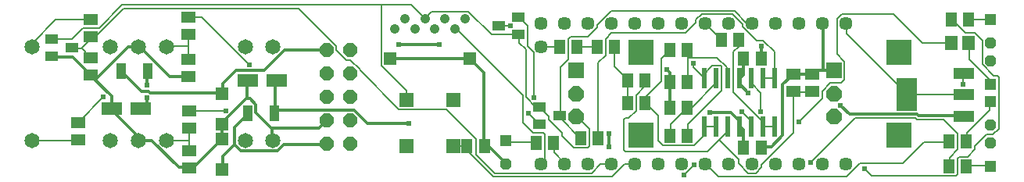
<source format=gbr>
%TF.GenerationSoftware,KiCad,Pcbnew,8.0.5*%
%TF.CreationDate,2024-11-18T15:17:10-05:00*%
%TF.ProjectId,RadioMusic_F rev2-2,52616469-6f4d-4757-9369-635f46207265,rev?*%
%TF.SameCoordinates,Original*%
%TF.FileFunction,Copper,L2,Bot*%
%TF.FilePolarity,Positive*%
%FSLAX46Y46*%
G04 Gerber Fmt 4.6, Leading zero omitted, Abs format (unit mm)*
G04 Created by KiCad (PCBNEW 8.0.5) date 2024-11-18 15:17:10*
%MOMM*%
%LPD*%
G01*
G04 APERTURE LIST*
G04 Aperture macros list*
%AMRotRect*
0 Rectangle, with rotation*
0 The origin of the aperture is its center*
0 $1 length*
0 $2 width*
0 $3 Rotation angle, in degrees counterclockwise*
0 Add horizontal line*
21,1,$1,$2,0,0,$3*%
%AMOutline5P*
0 Free polygon, 5 corners , with rotation*
0 The origin of the aperture is its center*
0 number of corners: always 5*
0 $1 to $10 corner X, Y*
0 $11 Rotation angle, in degrees counterclockwise*
0 create outline with 5 corners*
4,1,5,$1,$2,$3,$4,$5,$6,$7,$8,$9,$10,$1,$2,$11*%
%AMOutline6P*
0 Free polygon, 6 corners , with rotation*
0 The origin of the aperture is its center*
0 number of corners: always 6*
0 $1 to $12 corner X, Y*
0 $13 Rotation angle, in degrees counterclockwise*
0 create outline with 6 corners*
4,1,6,$1,$2,$3,$4,$5,$6,$7,$8,$9,$10,$11,$12,$1,$2,$13*%
%AMOutline7P*
0 Free polygon, 7 corners , with rotation*
0 The origin of the aperture is its center*
0 number of corners: always 7*
0 $1 to $14 corner X, Y*
0 $15 Rotation angle, in degrees counterclockwise*
0 create outline with 7 corners*
4,1,7,$1,$2,$3,$4,$5,$6,$7,$8,$9,$10,$11,$12,$13,$14,$1,$2,$15*%
%AMOutline8P*
0 Free polygon, 8 corners , with rotation*
0 The origin of the aperture is its center*
0 number of corners: always 8*
0 $1 to $16 corner X, Y*
0 $17 Rotation angle, in degrees counterclockwise*
0 create outline with 8 corners*
4,1,8,$1,$2,$3,$4,$5,$6,$7,$8,$9,$10,$11,$12,$13,$14,$15,$16,$1,$2,$17*%
G04 Aperture macros list end*
%TA.AperFunction,ComponentPad*%
%ADD10C,1.650000*%
%TD*%
%TA.AperFunction,ComponentPad*%
%ADD11R,1.219200X1.219200*%
%TD*%
%TA.AperFunction,ComponentPad*%
%ADD12Outline8P,-0.609600X0.252505X-0.252505X0.609600X0.252505X0.609600X0.609600X0.252505X0.609600X-0.252505X0.252505X-0.609600X-0.252505X-0.609600X-0.609600X-0.252505X90.000000*%
%TD*%
%TA.AperFunction,ComponentPad*%
%ADD13Outline8P,-0.609600X0.252505X-0.252505X0.609600X0.252505X0.609600X0.609600X0.252505X0.609600X-0.252505X0.252505X-0.609600X-0.252505X-0.609600X-0.609600X-0.252505X270.000000*%
%TD*%
%TA.AperFunction,ComponentPad*%
%ADD14R,1.500000X1.500000*%
%TD*%
%TA.AperFunction,ComponentPad*%
%ADD15R,1.350000X1.350000*%
%TD*%
%TA.AperFunction,ComponentPad*%
%ADD16C,1.050000*%
%TD*%
%TA.AperFunction,ComponentPad*%
%ADD17R,1.676400X1.676400*%
%TD*%
%TA.AperFunction,ComponentPad*%
%ADD18Outline8P,-0.838200X0.347194X-0.347194X0.838200X0.347194X0.838200X0.838200X0.347194X0.838200X-0.347194X0.347194X-0.838200X-0.347194X-0.838200X-0.838200X-0.347194X180.000000*%
%TD*%
%TA.AperFunction,ComponentPad*%
%ADD19R,2.800000X2.800000*%
%TD*%
%TA.AperFunction,SMDPad,CuDef*%
%ADD20R,1.300000X1.500000*%
%TD*%
%TA.AperFunction,SMDPad,CuDef*%
%ADD21R,1.400000X1.000000*%
%TD*%
%TA.AperFunction,ComponentPad*%
%ADD22Outline8P,-0.762000X0.315631X-0.315631X0.762000X0.315631X0.762000X0.762000X0.315631X0.762000X-0.315631X0.315631X-0.762000X-0.315631X-0.762000X-0.762000X-0.315631X90.000000*%
%TD*%
%TA.AperFunction,SMDPad,CuDef*%
%ADD23R,2.200000X1.400000*%
%TD*%
%TA.AperFunction,ComponentPad*%
%ADD24C,1.447800*%
%TD*%
%TA.AperFunction,SMDPad,CuDef*%
%ADD25RotRect,1.300000X1.500000X180.600000*%
%TD*%
%TA.AperFunction,SMDPad,CuDef*%
%ADD26R,1.000000X1.800000*%
%TD*%
%TA.AperFunction,SMDPad,CuDef*%
%ADD27R,1.500000X1.300000*%
%TD*%
%TA.AperFunction,SMDPad,CuDef*%
%ADD28R,1.397000X1.397000*%
%TD*%
%TA.AperFunction,SMDPad,CuDef*%
%ADD29R,0.600000X2.200000*%
%TD*%
%TA.AperFunction,SMDPad,CuDef*%
%ADD30R,2.235200X1.219200*%
%TD*%
%TA.AperFunction,SMDPad,CuDef*%
%ADD31R,2.200000X3.600000*%
%TD*%
%TA.AperFunction,ViaPad*%
%ADD32C,0.609600*%
%TD*%
%TA.AperFunction,Conductor*%
%ADD33C,0.203200*%
%TD*%
%TA.AperFunction,Conductor*%
%ADD34C,0.304800*%
%TD*%
G04 APERTURE END LIST*
D10*
%TO.P,CHANNEL-CV0,P$1*%
%TO.N,N$9*%
X110956100Y-110558600D03*
%TO.P,CHANNEL-CV0,P$2*%
%TO.N,N/C*%
X119456100Y-110558600D03*
%TO.P,CHANNEL-CV0,P$3*%
%TO.N,GND*%
X122456100Y-110558600D03*
%TD*%
%TO.P,RESET-CV0,P$1*%
%TO.N,N$14*%
X96351100Y-100398600D03*
%TO.P,RESET-CV0,P$2*%
%TO.N,N/C*%
X104851100Y-100398600D03*
%TO.P,RESET-CV0,P$3*%
%TO.N,GND*%
X107851100Y-100398600D03*
%TD*%
D11*
%TO.P,LED4,A*%
%TO.N,N$12*%
X200157100Y-113352600D03*
D12*
%TO.P,LED4,K*%
%TO.N,GND*%
X200157100Y-110812600D03*
%TD*%
D10*
%TO.P,TIME-CV0,P$1*%
%TO.N,TEMP*%
X110956100Y-100398600D03*
%TO.P,TIME-CV0,P$2*%
%TO.N,N/C*%
X119456100Y-100398600D03*
%TO.P,TIME-CV0,P$3*%
%TO.N,GND*%
X122456100Y-100398600D03*
%TD*%
D11*
%TO.P,LED2,A*%
%TO.N,N$11*%
X200157100Y-104462600D03*
D12*
%TO.P,LED2,K*%
%TO.N,GND*%
X200157100Y-101922600D03*
%TD*%
D11*
%TO.P,LED5,A*%
%TO.N,N$16*%
X147706100Y-110558600D03*
D13*
%TO.P,LED5,K*%
%TO.N,GND*%
X147706100Y-113098600D03*
%TD*%
D14*
%TO.P,RESET0,P$1*%
%TO.N,RESET_SW*%
X141951100Y-111153600D03*
%TO.P,RESET0,P$2*%
X136951100Y-111153600D03*
%TO.P,RESET0,P$3*%
%TO.N,+3.3V*%
X136951100Y-106153600D03*
%TO.P,RESET0,P$4*%
X141951100Y-106153600D03*
%TD*%
D11*
%TO.P,LED3,A*%
%TO.N,N$13*%
X200157100Y-106367600D03*
D13*
%TO.P,LED3,K*%
%TO.N,GND*%
X200157100Y-108907600D03*
%TD*%
D10*
%TO.P,OUTPUT0,P$1*%
%TO.N,N$3*%
X96351100Y-110558600D03*
%TO.P,OUTPUT0,P$2*%
%TO.N,N/C*%
X104851100Y-110558600D03*
%TO.P,OUTPUT0,P$3*%
%TO.N,GND*%
X107851100Y-110558600D03*
%TD*%
D15*
%TO.P,X1,GND1*%
%TO.N,GND*%
X135151100Y-101663600D03*
%TO.P,X1,GND2*%
X143751100Y-101663600D03*
D16*
%TO.P,X1,P$1*%
%TO.N,N/C*%
X135601100Y-98493600D03*
%TO.P,X1,P$2*%
%TO.N,SS*%
X136701100Y-97393600D03*
%TO.P,X1,P$3*%
%TO.N,MOSI*%
X137801100Y-98493600D03*
%TO.P,X1,P$4*%
%TO.N,+3.3V*%
X138901100Y-97393600D03*
%TO.P,X1,P$5*%
%TO.N,SCLK*%
X140001100Y-98493600D03*
%TO.P,X1,P$6*%
%TO.N,GND*%
X141101100Y-97393600D03*
%TO.P,X1,P$7*%
%TO.N,MISO*%
X142201100Y-98493600D03*
%TO.P,X1,P$8*%
%TO.N,N/C*%
X143301100Y-97393600D03*
%TD*%
D11*
%TO.P,LED1,A*%
%TO.N,N$15*%
X200157100Y-97477600D03*
D13*
%TO.P,LED1,K*%
%TO.N,GND*%
X200157100Y-100017600D03*
%TD*%
D17*
%TO.P,TIME-POT0,1*%
%TO.N,GND*%
X155311100Y-102978600D03*
D18*
%TO.P,TIME-POT0,2*%
%TO.N,TIME_POT*%
X155311100Y-105478600D03*
%TO.P,TIME-POT0,3*%
%TO.N,+3.3V*%
X155311100Y-107978600D03*
D19*
%TO.P,TIME-POT0,M1*%
%TO.N,N/C*%
X162311100Y-109978600D03*
%TO.P,TIME-POT0,M2*%
X162311100Y-100978600D03*
%TD*%
D17*
%TO.P,CHANNEL-POT0,1*%
%TO.N,GND*%
X183251100Y-102978600D03*
D18*
%TO.P,CHANNEL-POT0,2*%
%TO.N,CHANNEL_POT*%
X183251100Y-105478600D03*
%TO.P,CHANNEL-POT0,3*%
%TO.N,+3.3V*%
X183251100Y-107978600D03*
D19*
%TO.P,CHANNEL-POT0,M1*%
%TO.N,N/C*%
X190251100Y-109978600D03*
%TO.P,CHANNEL-POT0,M2*%
X190251100Y-100978600D03*
%TD*%
D20*
%TO.P,R16,1*%
%TO.N,N$7*%
X165425100Y-110050600D03*
%TO.P,R16,2*%
%TO.N,AUDIO_OUT*%
X167325100Y-110050600D03*
%TD*%
%TO.P,R1,1*%
%TO.N,PIN22/A8*%
X155773100Y-110304600D03*
%TO.P,R1,2*%
%TO.N,N$1*%
X157673100Y-110304600D03*
%TD*%
D21*
%TO.P,D9,1*%
%TO.N,DGND*%
X149060100Y-97162600D03*
%TO.P,D9,2*%
%TO.N,+3.3V*%
X149060100Y-99062600D03*
%TO.P,D9,3*%
%TO.N,PIN20/A6*%
X146860100Y-98112600D03*
%TD*%
D22*
%TO.P,SV1,1*%
%TO.N,-12V_INLET*%
X128275100Y-110939600D03*
%TO.P,SV1,2*%
X130815100Y-110939600D03*
%TO.P,SV1,3*%
%TO.N,GND*%
X128275100Y-108399600D03*
%TO.P,SV1,4*%
X130815100Y-108399600D03*
%TO.P,SV1,5*%
X128275100Y-105859600D03*
%TO.P,SV1,6*%
X130815100Y-105859600D03*
%TO.P,SV1,7*%
X128275100Y-103319600D03*
%TO.P,SV1,8*%
X130815100Y-103319600D03*
%TO.P,SV1,9*%
%TO.N,+12V_INLET*%
X128275100Y-100779600D03*
%TO.P,SV1,10*%
X130815100Y-100779600D03*
%TD*%
D23*
%TO.P,C9,+*%
%TO.N,GND*%
X119690100Y-104081600D03*
%TO.P,C9,-*%
%TO.N,-12V*%
X122890100Y-104081600D03*
%TD*%
D24*
%TO.P,U1,0*%
%TO.N,N/C*%
X181996100Y-113098600D03*
%TO.P,U1,1*%
X179456100Y-113098600D03*
%TO.P,U1,2*%
X176916100Y-113098600D03*
%TO.P,U1,3*%
%TO.N,LED1*%
X174376100Y-113098600D03*
%TO.P,U1,3.3V*%
%TO.N,+3.3V*%
X179456100Y-97858600D03*
%TO.P,U1,4*%
%TO.N,LED2*%
X171836100Y-113098600D03*
%TO.P,U1,5*%
%TO.N,LED3*%
X169296100Y-113098600D03*
%TO.P,U1,6*%
%TO.N,LED4*%
X166756100Y-113098600D03*
%TO.P,U1,7*%
%TO.N,MOSI*%
X164216100Y-113098600D03*
%TO.P,U1,8*%
%TO.N,RESET_SW*%
X161676100Y-113098600D03*
%TO.P,U1,9*%
%TO.N,RESET_CV*%
X159136100Y-113098600D03*
%TO.P,U1,10*%
%TO.N,SS*%
X156596100Y-113098600D03*
%TO.P,U1,11*%
%TO.N,LED_RESET*%
X154056100Y-113098600D03*
%TO.P,U1,12*%
%TO.N,MISO*%
X151516100Y-113098600D03*
%TO.P,U1,13*%
%TO.N,N/C*%
X151516100Y-97858600D03*
%TO.P,U1,14/A0*%
%TO.N,SCLK*%
X154056100Y-97858600D03*
%TO.P,U1,15/A1*%
%TO.N,N/C*%
X156596100Y-97858600D03*
%TO.P,U1,16/A2*%
X159136100Y-97858600D03*
%TO.P,U1,17/A3*%
X161676100Y-97858600D03*
%TO.P,U1,18/A4*%
X164216100Y-97858600D03*
%TO.P,U1,19/A5*%
X166756100Y-97858600D03*
%TO.P,U1,20/A6*%
%TO.N,PIN20/A6*%
X169296100Y-97858600D03*
%TO.P,U1,21/A7*%
%TO.N,TIME_POT*%
X171836100Y-97858600D03*
%TO.P,U1,22/A8*%
%TO.N,PIN22/A8*%
X174376100Y-97858600D03*
%TO.P,U1,23/A9*%
%TO.N,CHANNEL_POT*%
X176916100Y-97858600D03*
%TO.P,U1,AGND*%
%TO.N,GND*%
X181996100Y-97858600D03*
%TO.P,U1,DAC*%
%TO.N,DAC*%
X151516100Y-100398600D03*
%TO.P,U1,GND*%
%TO.N,DGND*%
X184536100Y-113098600D03*
%TO.P,U1,VIN*%
%TO.N,+5V*%
X184536100Y-97858600D03*
%TD*%
D20*
%TO.P,R7,1*%
%TO.N,N$7*%
X167325100Y-107002600D03*
%TO.P,R7,2*%
%TO.N,GND*%
X165425100Y-107002600D03*
%TD*%
%TO.P,C5,1*%
%TO.N,GND*%
X175326100Y-101668600D03*
%TO.P,C5,2*%
%TO.N,+12V*%
X173426100Y-101668600D03*
%TD*%
D21*
%TO.P,D6,1*%
%TO.N,GND*%
X98473100Y-101475600D03*
%TO.P,D6,2*%
%TO.N,+3.3V*%
X98473100Y-99575600D03*
%TO.P,D6,3*%
%TO.N,RESET_CV*%
X100673100Y-100525600D03*
%TD*%
D20*
%TO.P,R3,1*%
%TO.N,N$4*%
X159451100Y-100398600D03*
%TO.P,R3,2*%
%TO.N,N$10*%
X157551100Y-100398600D03*
%TD*%
D25*
%TO.P,R12,1*%
%TO.N,N$11*%
X197805048Y-100007652D03*
%TO.P,R12,2*%
%TO.N,LED2*%
X195905152Y-100027548D03*
%TD*%
D20*
%TO.P,R5,1*%
%TO.N,GND*%
X165425100Y-104208600D03*
%TO.P,R5,2*%
%TO.N,N$6*%
X167325100Y-104208600D03*
%TD*%
%TO.P,R11,1*%
%TO.N,N$15*%
X197805100Y-97477600D03*
%TO.P,R11,2*%
%TO.N,LED1*%
X195905100Y-97477600D03*
%TD*%
D26*
%TO.P,F2,1*%
%TO.N,-12V*%
X122563100Y-107637600D03*
%TO.P,F2,2*%
%TO.N,-12V_INLET*%
X119763100Y-107637600D03*
%TD*%
D20*
%TO.P,R2,1*%
%TO.N,PIN20/A6*%
X171013100Y-99636600D03*
%TO.P,R2,2*%
%TO.N,N$8*%
X172913100Y-99636600D03*
%TD*%
%TO.P,C3,1*%
%TO.N,N$5*%
X165425100Y-100779600D03*
%TO.P,C3,2*%
%TO.N,N$6*%
X167325100Y-100779600D03*
%TD*%
D27*
%TO.P,R9,1*%
%TO.N,CHANNEL_CV*%
X113416100Y-107322600D03*
%TO.P,R9,2*%
%TO.N,N$9*%
X113416100Y-109222600D03*
%TD*%
D20*
%TO.P,R8,1*%
%TO.N,GND*%
X145354100Y-111193600D03*
%TO.P,R8,2*%
%TO.N,RESET_SW*%
X143454100Y-111193600D03*
%TD*%
D26*
%TO.P,F1,1*%
%TO.N,+12V*%
X108847100Y-103065600D03*
%TO.P,F1,2*%
%TO.N,+12V_INLET*%
X106047100Y-103065600D03*
%TD*%
D20*
%TO.P,R15,1*%
%TO.N,LED_RESET*%
X152847100Y-110812600D03*
%TO.P,R15,2*%
%TO.N,N$16*%
X150947100Y-110812600D03*
%TD*%
D28*
%TO.P,D2,+*%
%TO.N,GND*%
X116972100Y-108780600D03*
%TO.P,D2,-*%
%TO.N,+12V_INLET*%
X116972100Y-105478600D03*
%TD*%
D21*
%TO.P,D5,1*%
%TO.N,DGND*%
X151305100Y-108841600D03*
%TO.P,D5,2*%
%TO.N,+3.3V*%
X151305100Y-106941600D03*
%TO.P,D5,3*%
%TO.N,PIN22/A8*%
X153505100Y-107891600D03*
%TD*%
D27*
%TO.P,R10,1*%
%TO.N,GND*%
X113416100Y-113540600D03*
%TO.P,R10,2*%
%TO.N,N$9*%
X113416100Y-111640600D03*
%TD*%
D20*
%TO.P,R4,1*%
%TO.N,N$4*%
X160853100Y-104081600D03*
%TO.P,R4,2*%
%TO.N,N$2*%
X162753100Y-104081600D03*
%TD*%
D27*
%TO.P,C4,1*%
%TO.N,N$2*%
X180853100Y-105285600D03*
%TO.P,C4,2*%
%TO.N,GND*%
X180853100Y-103385600D03*
%TD*%
D20*
%TO.P,C8,1*%
%TO.N,GND*%
X175326100Y-111320600D03*
%TO.P,C8,2*%
%TO.N,-12V*%
X173426100Y-111320600D03*
%TD*%
%TO.P,C2,1*%
%TO.N,DAC*%
X153487100Y-100398600D03*
%TO.P,C2,2*%
%TO.N,N$10*%
X155387100Y-100398600D03*
%TD*%
D23*
%TO.P,C10,+*%
%TO.N,+12V*%
X108158100Y-107129600D03*
%TO.P,C10,-*%
%TO.N,GND*%
X104958100Y-107129600D03*
%TD*%
D29*
%TO.P,IC4,1*%
%TO.N,AUDIO_OUT*%
X169169100Y-103827600D03*
%TO.P,IC4,2*%
%TO.N,N$7*%
X170439100Y-103827600D03*
%TO.P,IC4,3*%
%TO.N,N$6*%
X171709100Y-103827600D03*
%TO.P,IC4,4*%
%TO.N,+12V*%
X172979100Y-103827600D03*
%TO.P,IC4,5*%
%TO.N,CHANNEL_CV*%
X174249100Y-103827600D03*
%TO.P,IC4,6*%
%TO.N,N$1*%
X175519100Y-103827600D03*
%TO.P,IC4,7*%
X176789100Y-103827600D03*
%TO.P,IC4,8*%
%TO.N,N$8*%
X176789100Y-109027600D03*
%TO.P,IC4,9*%
X175519100Y-109027600D03*
%TO.P,IC4,10*%
%TO.N,TIME_CV*%
X174249100Y-109027600D03*
%TO.P,IC4,11*%
%TO.N,-12V*%
X172979100Y-109027600D03*
%TO.P,IC4,12*%
%TO.N,N$2*%
X171709100Y-109027600D03*
%TO.P,IC4,13*%
%TO.N,N$5*%
X170439100Y-109027600D03*
%TO.P,IC4,14*%
X169169100Y-109027600D03*
%TD*%
D20*
%TO.P,R13,1*%
%TO.N,N$13*%
X197551100Y-110685600D03*
%TO.P,R13,2*%
%TO.N,LED3*%
X195651100Y-110685600D03*
%TD*%
D28*
%TO.P,D1,+*%
%TO.N,-12V_INLET*%
X116972100Y-113733600D03*
%TO.P,D1,-*%
%TO.N,GND*%
X116972100Y-110431600D03*
%TD*%
D20*
%TO.P,C1,1*%
%TO.N,N$4*%
X160853100Y-106494600D03*
%TO.P,C1,2*%
%TO.N,N$5*%
X162753100Y-106494600D03*
%TD*%
D27*
%TO.P,R17,1*%
%TO.N,AUDIO_OUT*%
X101351100Y-108592600D03*
%TO.P,R17,2*%
%TO.N,N$3*%
X101351100Y-110492600D03*
%TD*%
%TO.P,R6,1*%
%TO.N,GND*%
X178821100Y-103385600D03*
%TO.P,R6,2*%
%TO.N,N$2*%
X178821100Y-105285600D03*
%TD*%
%TO.P,R20,1*%
%TO.N,TIME_CV*%
X113289100Y-97162600D03*
%TO.P,R20,2*%
%TO.N,TEMP*%
X113289100Y-99062600D03*
%TD*%
D20*
%TO.P,R14,1*%
%TO.N,N$12*%
X197551100Y-113352600D03*
%TO.P,R14,2*%
%TO.N,LED4*%
X195651100Y-113352600D03*
%TD*%
D27*
%TO.P,R18,1*%
%TO.N,RESET_CV*%
X102748100Y-99316600D03*
%TO.P,R18,2*%
%TO.N,N$14*%
X102748100Y-97416600D03*
%TD*%
%TO.P,R21,1*%
%TO.N,GND*%
X113289100Y-103634600D03*
%TO.P,R21,2*%
%TO.N,TEMP*%
X113289100Y-101734600D03*
%TD*%
D30*
%TO.P,IC1,1*%
%TO.N,DGND*%
X197286900Y-103294200D03*
%TO.P,IC1,2*%
%TO.N,+5V*%
X197286900Y-105605600D03*
%TO.P,IC1,3*%
%TO.N,+12V*%
X197286900Y-107917000D03*
D31*
%TO.P,IC1,4*%
%TO.N,+5V*%
X191089100Y-105605600D03*
%TD*%
D27*
%TO.P,R19,1*%
%TO.N,RESET_CV*%
X102748100Y-101607600D03*
%TO.P,R19,2*%
%TO.N,GND*%
X102748100Y-103507600D03*
%TD*%
D32*
%TO.N,GND*%
X175366700Y-100335100D03*
X165143200Y-102913200D03*
%TO.N,CHANNEL_CV*%
X168076900Y-113225600D03*
X167010100Y-114292400D03*
X175277800Y-107447100D03*
X117315000Y-107358200D03*
%TO.N,DGND*%
X150119100Y-107624900D03*
X197236100Y-104513400D03*
X150741400Y-105935800D03*
%TO.N,+12V*%
X140429000Y-100157300D03*
X136072900Y-100157300D03*
X173944300Y-105402400D03*
X108780600Y-104602300D03*
X108780600Y-105935800D03*
X183901100Y-106735900D03*
%TO.N,-12V*%
X158831300Y-109847400D03*
X169766000Y-107536000D03*
X158831300Y-111269800D03*
X137139700Y-108691700D03*
%TO.N,PIN20/A6*%
X148163300Y-98112600D03*
%TO.N,LED1*%
X186568100Y-113670100D03*
%TO.N,LED2*%
X179456100Y-108513900D03*
%TO.N,LED4*%
X180700700Y-112958900D03*
%TO.N,AUDIO_OUT*%
X104068900Y-105846900D03*
X167988000Y-102202000D03*
%TO.N,TIME_CV*%
X173233100Y-107447100D03*
X119893100Y-102379800D03*
%TD*%
D33*
%TO.N,N$14*%
X102735400Y-97490300D02*
X102748100Y-97416600D01*
X98912700Y-97490300D02*
X102735400Y-97490300D01*
X96423500Y-100335100D02*
X96351100Y-100398600D01*
X96423500Y-99979500D02*
X98912700Y-97490300D01*
X96423500Y-100335100D02*
X96423500Y-99979500D01*
%TO.N,TEMP*%
X113314500Y-99090500D02*
X113314500Y-100335100D01*
X111003100Y-100335100D02*
X113314500Y-100335100D01*
X113314500Y-99090500D02*
X113289100Y-99062600D01*
X113314500Y-101668600D02*
X113289100Y-101734600D01*
X111003100Y-100335100D02*
X110956100Y-100398600D01*
X113314500Y-100335100D02*
X113314500Y-101668600D01*
%TO.N,N$9*%
X113403400Y-110558600D02*
X113403400Y-111625400D01*
X113403400Y-111625400D02*
X113416100Y-111640600D01*
X110956100Y-110558600D02*
X113403400Y-110558600D01*
X113403400Y-109225100D02*
X113416100Y-109222600D01*
X113403400Y-109225100D02*
X113403400Y-110558600D01*
%TO.N,N$3*%
X101313000Y-110558600D02*
X101351100Y-110492600D01*
X96351100Y-110558600D02*
X101313000Y-110558600D01*
D34*
%TO.N,GND*%
X180967400Y-103357700D02*
X181323000Y-103002100D01*
X107891600Y-100424000D02*
X108069400Y-100424000D01*
X102824300Y-103624400D02*
X102748100Y-103507600D01*
X109314000Y-110558600D02*
X107851100Y-110558600D01*
X113847900Y-113492300D02*
X113492300Y-113492300D01*
X182034200Y-103002100D02*
X182034200Y-97934800D01*
X119982000Y-106024700D02*
X120604300Y-106647000D01*
X104957900Y-107269300D02*
X104958100Y-107129600D01*
X165409900Y-107002600D02*
X165425100Y-107002600D01*
X176433500Y-111269800D02*
X175366700Y-111269800D01*
X116959400Y-108780600D02*
X116959400Y-110380800D01*
X181323000Y-103002100D02*
X182034200Y-103002100D01*
X107713800Y-100424000D02*
X107851100Y-100398600D01*
X145851900Y-111269800D02*
X145407400Y-111269800D01*
X145318500Y-111092000D02*
X145354100Y-111193600D01*
X180789600Y-103357700D02*
X180853100Y-103385600D01*
X116870500Y-110469700D02*
X113847900Y-113492300D01*
X145407400Y-111269800D02*
X145354100Y-111193600D01*
X177678100Y-104513400D02*
X177678100Y-110025200D01*
X143807200Y-101668600D02*
X145318500Y-103179900D01*
X119715300Y-106024700D02*
X119626400Y-105935800D01*
X107802700Y-110558600D02*
X107851100Y-110558600D01*
X98557100Y-101490800D02*
X98473100Y-101475600D01*
X165409900Y-104246700D02*
X165409900Y-107002600D01*
X112247700Y-113492300D02*
X109314000Y-110558600D01*
X122382300Y-109314000D02*
X122382300Y-110558600D01*
X147629900Y-113047800D02*
X145851900Y-111269800D01*
X127449600Y-109225100D02*
X122471200Y-109225100D01*
X177678100Y-110025200D02*
X176433500Y-111269800D01*
X122382300Y-110558600D02*
X122456100Y-110558600D01*
X107802700Y-110114100D02*
X107802700Y-110558600D01*
X147629900Y-113047800D02*
X147706100Y-113098600D01*
X182034200Y-103002100D02*
X183189900Y-103002100D01*
X103268800Y-103891100D02*
X102748100Y-103507600D01*
X100779600Y-101490800D02*
X98557100Y-101490800D01*
X165409900Y-104068900D02*
X165425100Y-104208600D01*
X104957900Y-107269300D02*
X107802700Y-110114100D01*
X111269800Y-103624400D02*
X113225600Y-103624400D01*
X180967400Y-103357700D02*
X180853100Y-103385600D01*
X102824300Y-103624400D02*
X104957900Y-105758000D01*
X113225600Y-103624400D02*
X113289100Y-103634600D01*
X165409900Y-104246700D02*
X165425100Y-104208600D01*
X113314500Y-113492300D02*
X112247700Y-113492300D01*
X175366700Y-111269800D02*
X175326100Y-111320600D01*
X108069400Y-100424000D02*
X111269800Y-103624400D01*
X119626400Y-104157800D02*
X119690100Y-104081600D01*
X175366700Y-101668600D02*
X175326100Y-101668600D01*
X102735400Y-103446600D02*
X102748100Y-103507600D01*
X143629400Y-101668600D02*
X143751100Y-101663600D01*
X165409900Y-103179900D02*
X165409900Y-104068900D01*
X145318500Y-103179900D02*
X145318500Y-111092000D01*
X182034200Y-97934800D02*
X181996100Y-97858600D01*
X128275100Y-108399600D02*
X127449600Y-109225100D01*
X116870500Y-108691700D02*
X119626400Y-105935800D01*
X106735900Y-100424000D02*
X107713800Y-100424000D01*
X183189900Y-103002100D02*
X183251100Y-102978600D01*
X104957900Y-105758000D02*
X104957900Y-107091500D01*
X103268800Y-103891100D02*
X106735900Y-100424000D01*
X116959400Y-110380800D02*
X116972100Y-110431600D01*
X119715300Y-106024700D02*
X119982000Y-106024700D01*
X178744900Y-103446600D02*
X178821100Y-103385600D01*
X113492300Y-113492300D02*
X113416100Y-113540600D01*
X143807200Y-101668600D02*
X143751100Y-101663600D01*
X122471200Y-109225100D02*
X122382300Y-109314000D01*
X104957900Y-107091500D02*
X104958100Y-107129600D01*
X119626400Y-105935800D02*
X119626400Y-104157800D01*
X120604300Y-106647000D02*
X120604300Y-107536000D01*
X120604300Y-107536000D02*
X122382300Y-109314000D01*
X116870500Y-110469700D02*
X116972100Y-110431600D01*
X178922700Y-103357700D02*
X180789600Y-103357700D01*
X143629400Y-101668600D02*
X135183900Y-101668600D01*
X113314500Y-113492300D02*
X113416100Y-113540600D01*
X116959400Y-108780600D02*
X116972100Y-108780600D01*
X116870500Y-108691700D02*
X116972100Y-108780600D01*
X102735400Y-103446600D02*
X100779600Y-101490800D01*
X165143200Y-102913200D02*
X165409900Y-103179900D01*
X178922700Y-103357700D02*
X178821100Y-103385600D01*
X135183900Y-101668600D02*
X135151100Y-101663600D01*
X178744900Y-103446600D02*
X177678100Y-104513400D01*
X175366700Y-100335100D02*
X175366700Y-101668600D01*
X107891600Y-100424000D02*
X107851100Y-100398600D01*
%TO.N,+12V_INLET*%
X109136200Y-105402400D02*
X116959400Y-105402400D01*
X121493300Y-103002100D02*
X123715800Y-100779600D01*
X106113600Y-103091000D02*
X106047100Y-103065600D01*
X108958400Y-105224600D02*
X109136200Y-105402400D01*
X117048300Y-105313500D02*
X117048300Y-104424500D01*
X117048300Y-104424500D02*
X118470700Y-103002100D01*
X118470700Y-103002100D02*
X121493300Y-103002100D01*
X117048300Y-105313500D02*
X116972100Y-105478600D01*
X108247200Y-105224600D02*
X108958400Y-105224600D01*
X123715800Y-100779600D02*
X128275100Y-100779600D01*
X106113600Y-103091000D02*
X108247200Y-105224600D01*
X116959400Y-105402400D02*
X116972100Y-105478600D01*
%TO.N,-12V_INLET*%
X118292900Y-111003100D02*
X119004100Y-111714300D01*
X119004100Y-111714300D02*
X122915700Y-111714300D01*
X123626900Y-111003100D02*
X128249700Y-111003100D01*
X118292900Y-111003100D02*
X117048300Y-112247700D01*
X119715300Y-107713800D02*
X119763100Y-107637600D01*
X128249700Y-111003100D02*
X128275100Y-110939600D01*
X122915700Y-111714300D02*
X123626900Y-111003100D01*
X119715300Y-107713800D02*
X118292900Y-109136200D01*
X117048300Y-113670100D02*
X116972100Y-113733600D01*
X117048300Y-112247700D02*
X117048300Y-113670100D01*
X118292900Y-109136200D02*
X118292900Y-111003100D01*
D33*
%TO.N,+3.3V*%
X149141200Y-99090500D02*
X149141200Y-99979500D01*
X134206000Y-95890100D02*
X106113600Y-95890100D01*
X136873000Y-105135700D02*
X136873000Y-106113600D01*
X134206000Y-102468700D02*
X136873000Y-105135700D01*
X106113600Y-95890100D02*
X103624400Y-98379300D01*
X155008600Y-111358700D02*
X156519900Y-111358700D01*
X139628900Y-96601300D02*
X143629400Y-96601300D01*
X138917700Y-97312500D02*
X139628900Y-96601300D01*
X143629400Y-96601300D02*
X146118600Y-99090500D01*
X138917700Y-97312500D02*
X138901100Y-97393600D01*
X138828800Y-97312500D02*
X138901100Y-97393600D01*
X151274800Y-106913700D02*
X151305100Y-106941600D01*
X98557100Y-99535000D02*
X98473100Y-99575600D01*
X153764000Y-109758500D02*
X153764000Y-110114100D01*
X152341600Y-107980500D02*
X152341600Y-108336100D01*
X149852400Y-105846900D02*
X150919200Y-106913700D01*
X155364200Y-107980500D02*
X155311100Y-107978600D01*
X137406400Y-95890100D02*
X134206000Y-95890100D01*
X149852400Y-100690700D02*
X149852400Y-105846900D01*
X156519900Y-111358700D02*
X156697700Y-111180900D01*
X152341600Y-108336100D02*
X153764000Y-109758500D01*
X153764000Y-110114100D02*
X155008600Y-111358700D01*
X148963400Y-99090500D02*
X149060100Y-99062600D01*
X149141200Y-99090500D02*
X149060100Y-99062600D01*
X156697700Y-109314000D02*
X155364200Y-107980500D01*
X136873000Y-106113600D02*
X136951100Y-106153600D01*
X151363700Y-107002600D02*
X152341600Y-107980500D01*
X138828800Y-97312500D02*
X137406400Y-95890100D01*
X146118600Y-99090500D02*
X148963400Y-99090500D01*
X150919200Y-106913700D02*
X151274800Y-106913700D01*
X151363700Y-107002600D02*
X151305100Y-106941600D01*
X156697700Y-111180900D02*
X156697700Y-109314000D01*
X149141200Y-99979500D02*
X149852400Y-100690700D01*
X101846400Y-98379300D02*
X100690700Y-99535000D01*
X100690700Y-99535000D02*
X98557100Y-99535000D01*
X103624400Y-98379300D02*
X101846400Y-98379300D01*
X134206000Y-95890100D02*
X134206000Y-102468700D01*
%TO.N,CHANNEL_CV*%
X117315000Y-107358200D02*
X113492300Y-107358200D01*
X175277800Y-105402400D02*
X175277800Y-107447100D01*
X174299900Y-104424500D02*
X175277800Y-105402400D01*
X113492300Y-107358200D02*
X113416100Y-107322600D01*
X174299900Y-103891100D02*
X174249100Y-103827600D01*
X168076900Y-113225600D02*
X167010100Y-114292400D01*
X174299900Y-103891100D02*
X174299900Y-104424500D01*
%TO.N,PIN22/A8*%
X153586200Y-107802700D02*
X153586200Y-102646500D01*
X157586700Y-98290400D02*
X157586700Y-98023700D01*
X153586200Y-107802700D02*
X153505100Y-107891600D01*
X155719800Y-110291900D02*
X153586200Y-108158300D01*
X154475200Y-99535000D02*
X154653000Y-99357200D01*
X153586200Y-102646500D02*
X154475200Y-101757500D01*
X155719800Y-110291900D02*
X155773100Y-110304600D01*
X174299900Y-97845900D02*
X174376100Y-97858600D01*
X153586200Y-107891600D02*
X153505100Y-107891600D01*
X157586700Y-98023700D02*
X159098000Y-96512400D01*
X156519900Y-99357200D02*
X157586700Y-98290400D01*
X153586200Y-108158300D02*
X153586200Y-107891600D01*
X154475200Y-101757500D02*
X154475200Y-99535000D01*
X159098000Y-96512400D02*
X172433000Y-96512400D01*
X154653000Y-99357200D02*
X156519900Y-99357200D01*
X173766500Y-97845900D02*
X174299900Y-97845900D01*
X172433000Y-96512400D02*
X173766500Y-97845900D01*
%TO.N,DGND*%
X149141200Y-97223600D02*
X149060100Y-97162600D01*
X151274800Y-108780600D02*
X151305100Y-108841600D01*
X197236100Y-103357700D02*
X197286900Y-103294200D01*
X150030200Y-98112600D02*
X150030200Y-100335100D01*
X197236100Y-104513400D02*
X197236100Y-103357700D01*
X150030200Y-100335100D02*
X150741400Y-101046300D01*
X150741400Y-101046300D02*
X150741400Y-105935800D01*
X150119100Y-107624900D02*
X151274800Y-108780600D01*
X149141200Y-97223600D02*
X150030200Y-98112600D01*
%TO.N,N$1*%
X173322000Y-97934800D02*
X172255200Y-96868000D01*
X176700200Y-103802200D02*
X175544500Y-103802200D01*
X158475700Y-101313000D02*
X157675600Y-102113100D01*
X176789100Y-100957400D02*
X175544500Y-99712800D01*
X158475700Y-99535000D02*
X158475700Y-101313000D01*
X172255200Y-96868000D02*
X168877000Y-96868000D01*
X167099000Y-98912700D02*
X159098000Y-98912700D01*
X157675600Y-110291900D02*
X157673100Y-110304600D01*
X168254700Y-97490300D02*
X168254700Y-97757000D01*
X168877000Y-96868000D02*
X168254700Y-97490300D01*
X175544500Y-99712800D02*
X174833300Y-99712800D01*
X159098000Y-98912700D02*
X158475700Y-99535000D01*
X173322000Y-98201500D02*
X173322000Y-97934800D01*
X176700200Y-103802200D02*
X176789100Y-103827600D01*
X174833300Y-99712800D02*
X173322000Y-98201500D01*
X176789100Y-103827600D02*
X176789100Y-100957400D01*
X157675600Y-102113100D02*
X157675600Y-110291900D01*
X175544500Y-103802200D02*
X175519100Y-103827600D01*
X168254700Y-97757000D02*
X167099000Y-98912700D01*
D34*
%TO.N,+12V*%
X140429000Y-100157300D02*
X136072900Y-100157300D01*
X184879000Y-107713800D02*
X192168800Y-107713800D01*
X108780600Y-103091000D02*
X108847100Y-103065600D01*
X173410900Y-101668600D02*
X173426100Y-101668600D01*
X173055300Y-103802200D02*
X173410900Y-103446600D01*
X173055300Y-103802200D02*
X172979100Y-103827600D01*
X172966400Y-103980000D02*
X172979100Y-103827600D01*
X197236100Y-107891600D02*
X197286900Y-107917000D01*
X172966400Y-103980000D02*
X172966400Y-104424500D01*
X183901100Y-106735900D02*
X184879000Y-107713800D01*
X108158300Y-107091500D02*
X108158100Y-107129600D01*
X108158300Y-107091500D02*
X108780600Y-106469200D01*
X173410900Y-103446600D02*
X173410900Y-101668600D01*
X108780600Y-104602300D02*
X108780600Y-103091000D01*
X192346600Y-107891600D02*
X197236100Y-107891600D01*
X172966400Y-104424500D02*
X173944300Y-105402400D01*
X108780600Y-106469200D02*
X108780600Y-105935800D01*
X192168800Y-107713800D02*
X192346600Y-107891600D01*
%TO.N,-12V*%
X122649000Y-104335600D02*
X122649000Y-107624900D01*
X122737900Y-107269300D02*
X131272300Y-107269300D01*
X122826800Y-104157800D02*
X122649000Y-104335600D01*
X122826800Y-104157800D02*
X122890100Y-104081600D01*
X169766000Y-107536000D02*
X172077400Y-107536000D01*
X158831300Y-111269800D02*
X158831300Y-109847400D01*
X172077400Y-107536000D02*
X172966400Y-108425000D01*
X132694700Y-108691700D02*
X137139700Y-108691700D01*
X131272300Y-107269300D02*
X132694700Y-108691700D01*
X122737900Y-107269300D02*
X122563100Y-107637600D01*
X173410900Y-111269800D02*
X173426100Y-111320600D01*
X172966400Y-108425000D02*
X172966400Y-108869500D01*
X173055300Y-109047300D02*
X173410900Y-109402900D01*
X122649000Y-107624900D02*
X122563100Y-107637600D01*
X173055300Y-109047300D02*
X172979100Y-109027600D01*
X173410900Y-109402900D02*
X173410900Y-111269800D01*
X172966400Y-108869500D02*
X172979100Y-109027600D01*
D33*
%TO.N,+5V*%
X184612300Y-99001600D02*
X184612300Y-97934800D01*
X191102000Y-105580200D02*
X191089100Y-105605600D01*
X191102000Y-105580200D02*
X197236100Y-105580200D01*
X191102000Y-105491300D02*
X191089100Y-105605600D01*
X197236100Y-105580200D02*
X197286900Y-105605600D01*
X184612300Y-97934800D02*
X184536100Y-97858600D01*
X191102000Y-105491300D02*
X184612300Y-99001600D01*
%TO.N,DAC*%
X151541500Y-100424000D02*
X153408400Y-100424000D01*
X151541500Y-100424000D02*
X151516100Y-100398600D01*
X153408400Y-100424000D02*
X153487100Y-100398600D01*
%TO.N,PIN20/A6*%
X171010600Y-99623900D02*
X171013100Y-99636600D01*
X148163300Y-98112600D02*
X146860100Y-98112600D01*
X169321500Y-97934800D02*
X171010600Y-99623900D01*
X169321500Y-97934800D02*
X169296100Y-97858600D01*
%TO.N,RESET_SW*%
X160520400Y-113136700D02*
X161676100Y-113136700D01*
X142029200Y-111180900D02*
X143451600Y-111180900D01*
X143540500Y-111269800D02*
X143540500Y-111714300D01*
X146296400Y-114470200D02*
X159186900Y-114470200D01*
X159186900Y-114470200D02*
X160520400Y-113136700D01*
X143540500Y-111269800D02*
X143454100Y-111193600D01*
X143540500Y-111714300D02*
X146296400Y-114470200D01*
X142029200Y-111180900D02*
X141951100Y-111153600D01*
X143451600Y-111180900D02*
X143454100Y-111193600D01*
X161676100Y-113136700D02*
X161676100Y-113098600D01*
%TO.N,RESET_CV*%
X130383300Y-101846400D02*
X130827800Y-101846400D01*
X157942300Y-113136700D02*
X159098000Y-113136700D01*
X159098000Y-113136700D02*
X159136100Y-113098600D01*
X103268800Y-99268300D02*
X106291400Y-96245700D01*
X131894600Y-102913200D02*
X131894600Y-103002100D01*
X136072900Y-107180400D02*
X141229100Y-107180400D01*
X156964400Y-114114600D02*
X157942300Y-113136700D01*
X100690700Y-100601800D02*
X100673100Y-100525600D01*
X125227100Y-96245700D02*
X129316500Y-100335100D01*
X141229100Y-107180400D02*
X144429500Y-110380800D01*
X101757500Y-100512900D02*
X102735400Y-99535000D01*
X129316500Y-100779600D02*
X130383300Y-101846400D01*
X101757500Y-100601800D02*
X100690700Y-100601800D01*
X129316500Y-100335100D02*
X129316500Y-100779600D01*
X102824300Y-99268300D02*
X103268800Y-99268300D01*
X101757500Y-100512900D02*
X101757500Y-100601800D01*
X106291400Y-96245700D02*
X125227100Y-96245700D01*
X102735400Y-99535000D02*
X102735400Y-99357200D01*
X131894600Y-103002100D02*
X136072900Y-107180400D01*
X102735400Y-101579700D02*
X102748100Y-101607600D01*
X102824300Y-99268300D02*
X102748100Y-99316600D01*
X130827800Y-101846400D02*
X131894600Y-102913200D01*
X102735400Y-101579700D02*
X101757500Y-100601800D01*
X144429500Y-110380800D02*
X144429500Y-112069900D01*
X146474200Y-114114600D02*
X156964400Y-114114600D01*
X144429500Y-112069900D02*
X146474200Y-114114600D01*
X102735400Y-99357200D02*
X102748100Y-99316600D01*
%TO.N,LED1*%
X187279300Y-114381300D02*
X196436000Y-114381300D01*
X199280800Y-102290900D02*
X199280800Y-99712800D01*
X199280800Y-99712800D02*
X198480700Y-98912700D01*
X201058800Y-103713300D02*
X200881000Y-103535500D01*
X200436500Y-109936300D02*
X201058800Y-109314000D01*
X186568100Y-113670100D02*
X187279300Y-114381300D01*
X198480700Y-111536500D02*
X198480700Y-111180900D01*
X198480700Y-98912700D02*
X197413900Y-98912700D01*
X199725300Y-109936300D02*
X200436500Y-109936300D01*
X196613800Y-112514400D02*
X196791600Y-112336600D01*
X200881000Y-103535500D02*
X200525400Y-103535500D01*
X197413900Y-98912700D02*
X195991500Y-97490300D01*
X200525400Y-103535500D02*
X199280800Y-102290900D01*
X198480700Y-111180900D02*
X199725300Y-109936300D01*
X196436000Y-114381300D02*
X196613800Y-114203500D01*
X196791600Y-112336600D02*
X197680600Y-112336600D01*
X196613800Y-114203500D02*
X196613800Y-112514400D01*
X201058800Y-109314000D02*
X201058800Y-103713300D01*
X197680600Y-112336600D02*
X198480700Y-111536500D01*
X195991500Y-97490300D02*
X195905100Y-97477600D01*
%TO.N,LED2*%
X195902600Y-99979500D02*
X195905153Y-100027550D01*
X184345600Y-103980000D02*
X184345600Y-102024200D01*
X183990000Y-104335600D02*
X184345600Y-103980000D01*
X189679600Y-96868000D02*
X192791100Y-99979500D01*
X179456100Y-108513900D02*
X181945300Y-106024700D01*
X181945300Y-106024700D02*
X181945300Y-105224600D01*
X181945300Y-105224600D02*
X182834300Y-104335600D01*
X182834300Y-104335600D02*
X183990000Y-104335600D01*
X183545500Y-97401400D02*
X184078900Y-96868000D01*
X184078900Y-96868000D02*
X189679600Y-96868000D01*
X192791100Y-99979500D02*
X195902600Y-99979500D01*
X183545500Y-101224100D02*
X183545500Y-97401400D01*
X184345600Y-102024200D02*
X183545500Y-101224100D01*
%TO.N,LED3*%
X170655000Y-114470200D02*
X184612300Y-114470200D01*
X186034700Y-113047800D02*
X190657500Y-113047800D01*
X169321500Y-113136700D02*
X170655000Y-114470200D01*
X169321500Y-113136700D02*
X169296100Y-113098600D01*
X195635900Y-110736400D02*
X195651100Y-110685600D01*
X192968900Y-110736400D02*
X195635900Y-110736400D01*
X184612300Y-114470200D02*
X186034700Y-113047800D01*
X190657500Y-113047800D02*
X192968900Y-110736400D01*
%TO.N,LED4*%
X180700700Y-112958900D02*
X185501300Y-108158300D01*
X192168800Y-108336100D02*
X195102500Y-108336100D01*
X191991000Y-108158300D02*
X192168800Y-108336100D01*
X195724800Y-112425500D02*
X195724800Y-113314500D01*
X196613800Y-109847400D02*
X196613800Y-111536500D01*
X195724800Y-113314500D02*
X195651100Y-113352600D01*
X185501300Y-108158300D02*
X191991000Y-108158300D01*
X196613800Y-111536500D02*
X195724800Y-112425500D01*
X195102500Y-108336100D02*
X196613800Y-109847400D01*
%TO.N,LED_RESET*%
X152875000Y-110825300D02*
X152847100Y-110812600D01*
X152875000Y-111892100D02*
X152875000Y-110825300D01*
X154030700Y-113047800D02*
X154056100Y-113098600D01*
X154030700Y-113047800D02*
X152875000Y-111892100D01*
%TO.N,MISO*%
X149496800Y-108602800D02*
X149496800Y-105669100D01*
X151541500Y-113047800D02*
X151516100Y-113098600D01*
X142207000Y-98557100D02*
X142201100Y-98493600D01*
X150652500Y-109758500D02*
X149496800Y-108602800D01*
X151897100Y-112692200D02*
X151897100Y-109936300D01*
X142384800Y-98557100D02*
X142207000Y-98557100D01*
X149496800Y-105669100D02*
X142384800Y-98557100D01*
X151719300Y-109758500D02*
X150652500Y-109758500D01*
X151897100Y-109936300D02*
X151719300Y-109758500D01*
X151541500Y-113047800D02*
X151897100Y-112692200D01*
%TO.N,N$2*%
X178833800Y-105313500D02*
X178821100Y-105285600D01*
X161765000Y-107358200D02*
X161765000Y-105669100D01*
X162742900Y-104691200D02*
X162742900Y-104157800D01*
X178833800Y-109758500D02*
X178833800Y-105402400D01*
X160609300Y-108158300D02*
X160964900Y-108158300D01*
X175366700Y-113225600D02*
X178833800Y-109758500D01*
X171632900Y-109047300D02*
X171632900Y-109669600D01*
X160431500Y-108336100D02*
X160609300Y-108158300D01*
X172877500Y-112603300D02*
X172877500Y-113047800D01*
X173944300Y-114114600D02*
X174744400Y-114114600D01*
X171632900Y-109669600D02*
X170788350Y-110514150D01*
X174744400Y-114114600D02*
X175366700Y-113492300D01*
X161765000Y-105669100D02*
X162742900Y-104691200D01*
X180789600Y-105313500D02*
X178833800Y-105313500D01*
X175366700Y-113492300D02*
X175366700Y-113225600D01*
X170788350Y-110514150D02*
X169499300Y-111803200D01*
X180789600Y-105313500D02*
X180853100Y-105285600D01*
X172877500Y-113047800D02*
X173944300Y-114114600D01*
X171632900Y-109047300D02*
X171709100Y-109027600D01*
X162742900Y-104157800D02*
X162753100Y-104081600D01*
X160431500Y-111625400D02*
X160431500Y-108336100D01*
X160609300Y-111803200D02*
X160431500Y-111625400D01*
X178833800Y-105402400D02*
X178821100Y-105285600D01*
X160964900Y-108158300D02*
X161765000Y-107358200D01*
X169499300Y-111803200D02*
X160609300Y-111803200D01*
X170788350Y-110514150D02*
X172877500Y-112603300D01*
%TO.N,N$4*%
X160876000Y-104157800D02*
X160876000Y-106469200D01*
X160876000Y-106469200D02*
X160853100Y-106494600D01*
X160876000Y-103980000D02*
X160853100Y-104081600D01*
X159453600Y-102557600D02*
X159453600Y-100424000D01*
X160876000Y-103980000D02*
X159453600Y-102557600D01*
X159453600Y-100424000D02*
X159451100Y-100398600D01*
X160876000Y-104157800D02*
X160853100Y-104081600D01*
%TO.N,N$5*%
X164165300Y-107891600D02*
X164165300Y-110558600D01*
X170388300Y-109047300D02*
X169232600Y-109047300D01*
X169232600Y-109047300D02*
X169169100Y-109027600D01*
X164520900Y-101668600D02*
X164520900Y-104157800D01*
X164165300Y-110558600D02*
X164698700Y-111092000D01*
X164520900Y-104157800D02*
X162831800Y-105846900D01*
X168076900Y-111092000D02*
X169232600Y-109936300D01*
X162831800Y-105846900D02*
X162831800Y-106469200D01*
X165409900Y-100779600D02*
X165425100Y-100779600D01*
X162831800Y-106469200D02*
X162753100Y-106494600D01*
X162831800Y-106558100D02*
X164165300Y-107891600D01*
X170388300Y-109047300D02*
X170439100Y-109027600D01*
X164698700Y-111092000D02*
X168076900Y-111092000D01*
X165409900Y-100779600D02*
X164520900Y-101668600D01*
X169232600Y-109936300D02*
X169232600Y-109136200D01*
X169232600Y-109136200D02*
X169169100Y-109027600D01*
X162831800Y-106558100D02*
X162753100Y-106494600D01*
%TO.N,N$6*%
X167365700Y-100779600D02*
X167325100Y-100779600D01*
X167365700Y-100779600D02*
X167365700Y-101579700D01*
X171632900Y-103802200D02*
X171709100Y-103827600D01*
X171632900Y-102646500D02*
X171632900Y-103802200D01*
X167365700Y-101579700D02*
X167365700Y-104157800D01*
X167365700Y-101579700D02*
X170566100Y-101579700D01*
X167365700Y-104157800D02*
X167325100Y-104208600D01*
X170566100Y-101579700D02*
X171632900Y-102646500D01*
%TO.N,N$7*%
X165498800Y-108780600D02*
X165498800Y-110025200D01*
X167276800Y-107002600D02*
X167325100Y-107002600D01*
X167365700Y-106913700D02*
X167325100Y-107002600D01*
X167899100Y-106913700D02*
X170388300Y-104424500D01*
X165498800Y-110025200D02*
X165425100Y-110050600D01*
X167365700Y-106913700D02*
X167899100Y-106913700D01*
X170388300Y-104424500D02*
X170388300Y-103891100D01*
X167276800Y-107002600D02*
X165498800Y-108780600D01*
X170388300Y-103891100D02*
X170439100Y-103827600D01*
%TO.N,N$10*%
X157497800Y-100424000D02*
X155453100Y-100424000D01*
X157497800Y-100424000D02*
X157551100Y-100398600D01*
X155453100Y-100424000D02*
X155387100Y-100398600D01*
%TO.N,AUDIO_OUT*%
X167365700Y-110025200D02*
X167325100Y-110050600D01*
X167988000Y-102646500D02*
X167988000Y-102202000D01*
X171010600Y-102557600D02*
X171010600Y-105135700D01*
X170921700Y-102468700D02*
X171010600Y-102557600D01*
X101401900Y-108513900D02*
X101351100Y-108592600D01*
X168965900Y-103535500D02*
X169169100Y-103827600D01*
X167365700Y-108780600D02*
X167365700Y-110025200D01*
X104068900Y-105846900D02*
X101401900Y-108513900D01*
X170032700Y-102468700D02*
X170921700Y-102468700D01*
X168965900Y-103535500D02*
X170032700Y-102468700D01*
X171010600Y-105135700D02*
X167365700Y-108780600D01*
X169169100Y-103827600D02*
X167988000Y-102646500D01*
%TO.N,N$8*%
X172877500Y-100424000D02*
X172877500Y-99712800D01*
X175455600Y-108958400D02*
X175455600Y-108425000D01*
X175455600Y-108958400D02*
X175519100Y-109027600D01*
X172344100Y-105313500D02*
X172344100Y-100957400D01*
X175544500Y-109047300D02*
X176789100Y-109047300D01*
X172877500Y-99712800D02*
X172913100Y-99636600D01*
X172344100Y-100957400D02*
X172877500Y-100424000D01*
X175544500Y-109047300D02*
X175519100Y-109027600D01*
X175455600Y-108425000D02*
X172344100Y-105313500D01*
X176789100Y-109047300D02*
X176789100Y-109027600D01*
%TO.N,TIME_CV*%
X113314500Y-97223600D02*
X113289100Y-97162600D01*
X174211000Y-108958400D02*
X174211000Y-108425000D01*
X174211000Y-108958400D02*
X174249100Y-109027600D01*
X174211000Y-108425000D02*
X173233100Y-107447100D01*
X114736900Y-97223600D02*
X113314500Y-97223600D01*
X119893100Y-102379800D02*
X114736900Y-97223600D01*
%TO.N,N$12*%
X200080900Y-113314500D02*
X200157100Y-113352600D01*
X197591700Y-113314500D02*
X197551100Y-113352600D01*
X200080900Y-113314500D02*
X197591700Y-113314500D01*
%TO.N,N$13*%
X197591700Y-110647500D02*
X197551100Y-110685600D01*
X200080900Y-106380300D02*
X200157100Y-106367600D01*
X200080900Y-106380300D02*
X200080900Y-107269300D01*
X200080900Y-107269300D02*
X197591700Y-109758500D01*
X197591700Y-109758500D02*
X197591700Y-110647500D01*
%TO.N,N$11*%
X200080900Y-103980000D02*
X197858400Y-101757500D01*
X200080900Y-104424500D02*
X200157100Y-104462600D01*
X197858400Y-100068400D02*
X197805050Y-100007654D01*
X197858400Y-101757500D02*
X197858400Y-100068400D01*
X200080900Y-104424500D02*
X200080900Y-103980000D01*
%TO.N,N$15*%
X200080900Y-97490300D02*
X200157100Y-97477600D01*
X197858400Y-97490300D02*
X197805100Y-97477600D01*
X200080900Y-97490300D02*
X197858400Y-97490300D01*
%TO.N,N$16*%
X147718800Y-110558600D02*
X147896600Y-110736400D01*
X147718800Y-110558600D02*
X147706100Y-110558600D01*
X150919200Y-110736400D02*
X150947100Y-110812600D01*
X147896600Y-110736400D02*
X150919200Y-110736400D01*
%TD*%
M02*

</source>
